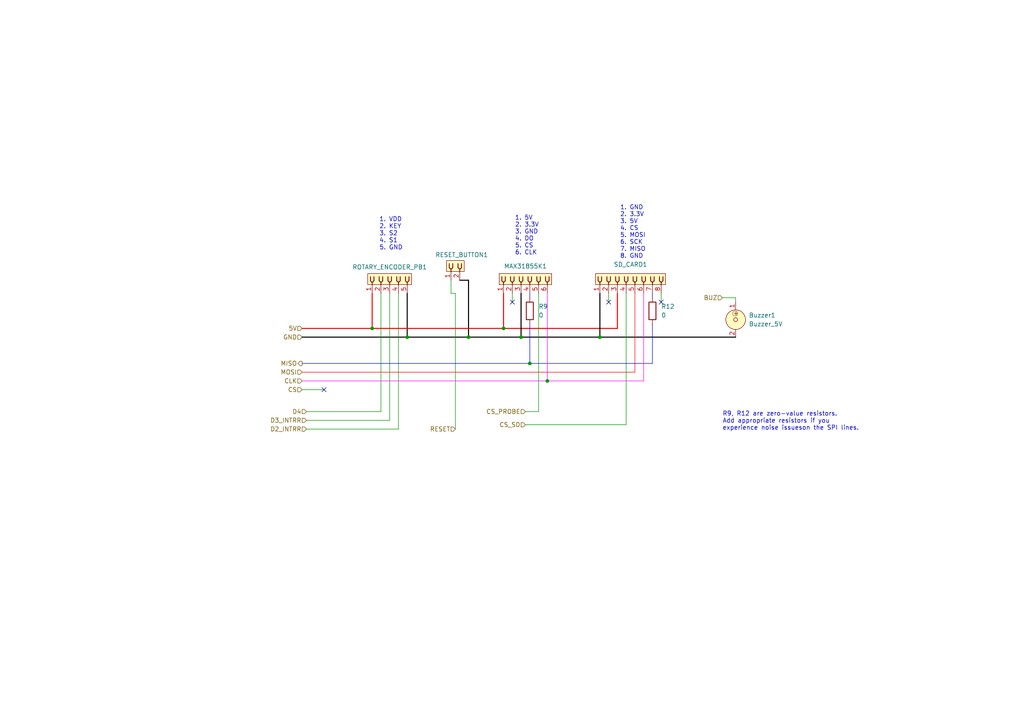
<source format=kicad_sch>
(kicad_sch
	(version 20231120)
	(generator "eeschema")
	(generator_version "8.0")
	(uuid "120bcc24-4f36-42da-be0b-e30beb225603")
	(paper "A4")
	(title_block
		(title "TEEKeeper - Temperature Electronic Environment Keeper")
		(date "2024-04-24")
		(company "https://github.com/Sigeardo/TEEKeeper")
	)
	(lib_symbols
		(symbol "Device:R"
			(pin_numbers hide)
			(pin_names
				(offset 0)
			)
			(exclude_from_sim no)
			(in_bom yes)
			(on_board yes)
			(property "Reference" "R"
				(at 2.032 0 90)
				(effects
					(font
						(size 1.27 1.27)
					)
				)
			)
			(property "Value" "R"
				(at 0 0 90)
				(effects
					(font
						(size 1.27 1.27)
					)
				)
			)
			(property "Footprint" ""
				(at -1.778 0 90)
				(effects
					(font
						(size 1.27 1.27)
					)
					(hide yes)
				)
			)
			(property "Datasheet" "~"
				(at 0 0 0)
				(effects
					(font
						(size 1.27 1.27)
					)
					(hide yes)
				)
			)
			(property "Description" "Resistor"
				(at 0 0 0)
				(effects
					(font
						(size 1.27 1.27)
					)
					(hide yes)
				)
			)
			(property "ki_keywords" "R res resistor"
				(at 0 0 0)
				(effects
					(font
						(size 1.27 1.27)
					)
					(hide yes)
				)
			)
			(property "ki_fp_filters" "R_*"
				(at 0 0 0)
				(effects
					(font
						(size 1.27 1.27)
					)
					(hide yes)
				)
			)
			(symbol "R_0_1"
				(rectangle
					(start -1.016 -2.54)
					(end 1.016 2.54)
					(stroke
						(width 0.254)
						(type default)
					)
					(fill
						(type none)
					)
				)
			)
			(symbol "R_1_1"
				(pin passive line
					(at 0 3.81 270)
					(length 1.27)
					(name "~"
						(effects
							(font
								(size 1.27 1.27)
							)
						)
					)
					(number "1"
						(effects
							(font
								(size 1.27 1.27)
							)
						)
					)
				)
				(pin passive line
					(at 0 -3.81 90)
					(length 1.27)
					(name "~"
						(effects
							(font
								(size 1.27 1.27)
							)
						)
					)
					(number "2"
						(effects
							(font
								(size 1.27 1.27)
							)
						)
					)
				)
			)
		)
		(symbol "PCM_SL_Devices:Buzzer_5V"
			(exclude_from_sim no)
			(in_bom yes)
			(on_board yes)
			(property "Reference" "BZ"
				(at 0 7.62 0)
				(effects
					(font
						(size 1.27 1.27)
					)
				)
			)
			(property "Value" "Buzzer_5V"
				(at 0 5.08 0)
				(effects
					(font
						(size 1.27 1.27)
					)
				)
			)
			(property "Footprint" "Buzzer_Beeper:MagneticBuzzer_ProSignal_ABT-410-RC"
				(at 0 10.16 0)
				(effects
					(font
						(size 1.27 1.27)
					)
					(hide yes)
				)
			)
			(property "Datasheet" ""
				(at 0 7.62 0)
				(effects
					(font
						(size 1.27 1.27)
					)
					(hide yes)
				)
			)
			(property "Description" "Buzzer 5V"
				(at 0 0 0)
				(effects
					(font
						(size 1.27 1.27)
					)
					(hide yes)
				)
			)
			(property "ki_keywords" "Buzzer Beeper"
				(at 0 0 0)
				(effects
					(font
						(size 1.27 1.27)
					)
					(hide yes)
				)
			)
			(symbol "Buzzer_5V_0_0"
				(circle
					(center -1.778 -0.127)
					(radius 0.7405)
					(stroke
						(width 0.07)
						(type default)
					)
					(fill
						(type none)
					)
				)
				(text "+"
					(at -1.778 0 0)
					(effects
						(font
							(size 1.27 1.27)
						)
					)
				)
			)
			(symbol "Buzzer_5V_0_1"
				(circle
					(center 0 0)
					(radius 0.568)
					(stroke
						(width 0)
						(type default)
					)
					(fill
						(type none)
					)
				)
				(circle
					(center 0 0)
					(radius 2.8398)
					(stroke
						(width 0)
						(type default)
					)
					(fill
						(type background)
					)
				)
			)
			(symbol "Buzzer_5V_1_1"
				(pin passive line
					(at -5.08 0 0)
					(length 2.2)
					(name ""
						(effects
							(font
								(size 1.27 1.27)
							)
						)
					)
					(number "1"
						(effects
							(font
								(size 1.27 1.27)
							)
						)
					)
				)
				(pin passive line
					(at 5.08 0 180)
					(length 2.2)
					(name ""
						(effects
							(font
								(size 1.27 1.27)
							)
						)
					)
					(number "2"
						(effects
							(font
								(size 1.27 1.27)
							)
						)
					)
				)
			)
		)
		(symbol "PCM_SL_Pin_Headers:PINHD_1x2_Female"
			(exclude_from_sim no)
			(in_bom yes)
			(on_board yes)
			(property "Reference" "J"
				(at 0 7.62 0)
				(effects
					(font
						(size 1.27 1.27)
					)
				)
			)
			(property "Value" "PINHD_1x2_Female"
				(at 0 5.08 0)
				(effects
					(font
						(size 1.27 1.27)
					)
				)
			)
			(property "Footprint" "Connector_PinSocket_2.54mm:PinSocket_1x02_P2.54mm_Vertical"
				(at 2.54 10.16 0)
				(effects
					(font
						(size 1.27 1.27)
					)
					(hide yes)
				)
			)
			(property "Datasheet" ""
				(at 0 7.62 0)
				(effects
					(font
						(size 1.27 1.27)
					)
					(hide yes)
				)
			)
			(property "Description" "Pin Header female with pin space 2.54mm. Pin Count -2"
				(at 0 0 0)
				(effects
					(font
						(size 1.27 1.27)
					)
					(hide yes)
				)
			)
			(property "ki_keywords" "Pin Header"
				(at 0 0 0)
				(effects
					(font
						(size 1.27 1.27)
					)
					(hide yes)
				)
			)
			(property "ki_fp_filters" "PinSocket_1x02_P2.54mm*"
				(at 0 0 0)
				(effects
					(font
						(size 1.27 1.27)
					)
					(hide yes)
				)
			)
			(symbol "PINHD_1x2_Female_0_1"
				(rectangle
					(start -1.27 2.54)
					(end 1.905 -2.54)
					(stroke
						(width 0)
						(type default)
					)
					(fill
						(type background)
					)
				)
				(arc
					(start -0.508 -1.27)
					(mid -0.3592 -1.6292)
					(end 0 -1.778)
					(stroke
						(width 0.25)
						(type default)
					)
					(fill
						(type none)
					)
				)
				(arc
					(start -0.508 1.27)
					(mid -0.3592 0.9108)
					(end 0 0.762)
					(stroke
						(width 0.25)
						(type default)
					)
					(fill
						(type none)
					)
				)
				(arc
					(start 0 -0.762)
					(mid -0.3592 -0.9108)
					(end -0.508 -1.27)
					(stroke
						(width 0.25)
						(type default)
					)
					(fill
						(type none)
					)
				)
				(polyline
					(pts
						(xy -1.27 -1.27) (xy -0.508 -1.27)
					)
					(stroke
						(width 0.25)
						(type default)
					)
					(fill
						(type none)
					)
				)
				(polyline
					(pts
						(xy -1.27 1.27) (xy -0.508 1.27)
					)
					(stroke
						(width 0.25)
						(type default)
					)
					(fill
						(type none)
					)
				)
				(polyline
					(pts
						(xy 0 -1.778) (xy 1.016 -1.778)
					)
					(stroke
						(width 0.25)
						(type default)
					)
					(fill
						(type none)
					)
				)
				(polyline
					(pts
						(xy 0 -0.762) (xy 1.016 -0.762)
					)
					(stroke
						(width 0.25)
						(type default)
					)
					(fill
						(type none)
					)
				)
				(polyline
					(pts
						(xy 0 0.762) (xy 1.016 0.762)
					)
					(stroke
						(width 0.25)
						(type default)
					)
					(fill
						(type none)
					)
				)
				(polyline
					(pts
						(xy 0 1.778) (xy 1.016 1.778)
					)
					(stroke
						(width 0.25)
						(type default)
					)
					(fill
						(type none)
					)
				)
				(arc
					(start 0 1.778)
					(mid -0.3592 1.6292)
					(end -0.508 1.27)
					(stroke
						(width 0.25)
						(type default)
					)
					(fill
						(type none)
					)
				)
			)
			(symbol "PINHD_1x2_Female_1_1"
				(pin passive line
					(at -3.81 1.27 0)
					(length 2.54)
					(name ""
						(effects
							(font
								(size 1.27 1.27)
							)
						)
					)
					(number "1"
						(effects
							(font
								(size 1.27 1.27)
							)
						)
					)
				)
				(pin passive line
					(at -3.81 -1.27 0)
					(length 2.54)
					(name ""
						(effects
							(font
								(size 1.27 1.27)
							)
						)
					)
					(number "2"
						(effects
							(font
								(size 1.27 1.27)
							)
						)
					)
				)
			)
		)
		(symbol "PCM_SL_Pin_Headers:PINHD_1x5_Female"
			(exclude_from_sim no)
			(in_bom yes)
			(on_board yes)
			(property "Reference" "J"
				(at 0 11.43 0)
				(effects
					(font
						(size 1.27 1.27)
					)
				)
			)
			(property "Value" "PINHD_1x5_Female"
				(at 0 8.89 0)
				(effects
					(font
						(size 1.27 1.27)
					)
				)
			)
			(property "Footprint" "Connector_PinSocket_2.54mm:PinSocket_1x05_P2.54mm_Vertical"
				(at 2.54 13.97 0)
				(effects
					(font
						(size 1.27 1.27)
					)
					(hide yes)
				)
			)
			(property "Datasheet" ""
				(at 0 11.43 0)
				(effects
					(font
						(size 1.27 1.27)
					)
					(hide yes)
				)
			)
			(property "Description" "Pin Header female with pin space 2.54mm. Pin Count -5"
				(at 0 0 0)
				(effects
					(font
						(size 1.27 1.27)
					)
					(hide yes)
				)
			)
			(property "ki_keywords" "Pin Header"
				(at 0 0 0)
				(effects
					(font
						(size 1.27 1.27)
					)
					(hide yes)
				)
			)
			(property "ki_fp_filters" "PinSocket_1x05_P2.54mm*"
				(at 0 0 0)
				(effects
					(font
						(size 1.27 1.27)
					)
					(hide yes)
				)
			)
			(symbol "PINHD_1x5_Female_0_1"
				(rectangle
					(start -1.27 6.35)
					(end 1.905 -6.35)
					(stroke
						(width 0)
						(type default)
					)
					(fill
						(type background)
					)
				)
				(arc
					(start -0.508 -5.08)
					(mid -0.3592 -5.4392)
					(end 0 -5.588)
					(stroke
						(width 0.25)
						(type default)
					)
					(fill
						(type none)
					)
				)
				(arc
					(start -0.508 -2.54)
					(mid -0.3592 -2.8992)
					(end 0 -3.048)
					(stroke
						(width 0.25)
						(type default)
					)
					(fill
						(type none)
					)
				)
				(arc
					(start -0.508 0)
					(mid -0.3592 -0.3592)
					(end 0 -0.508)
					(stroke
						(width 0.25)
						(type default)
					)
					(fill
						(type none)
					)
				)
				(arc
					(start -0.508 2.54)
					(mid -0.3592 2.1808)
					(end 0 2.032)
					(stroke
						(width 0.25)
						(type default)
					)
					(fill
						(type none)
					)
				)
				(arc
					(start -0.508 5.08)
					(mid -0.3592 4.7208)
					(end 0 4.572)
					(stroke
						(width 0.25)
						(type default)
					)
					(fill
						(type none)
					)
				)
				(arc
					(start 0 -4.572)
					(mid -0.3592 -4.7208)
					(end -0.508 -5.08)
					(stroke
						(width 0.25)
						(type default)
					)
					(fill
						(type none)
					)
				)
				(arc
					(start 0 -2.032)
					(mid -0.3592 -2.1808)
					(end -0.508 -2.54)
					(stroke
						(width 0.25)
						(type default)
					)
					(fill
						(type none)
					)
				)
				(polyline
					(pts
						(xy -1.27 -5.08) (xy -0.508 -5.08)
					)
					(stroke
						(width 0.25)
						(type default)
					)
					(fill
						(type none)
					)
				)
				(polyline
					(pts
						(xy -1.27 -2.54) (xy -0.508 -2.54)
					)
					(stroke
						(width 0.25)
						(type default)
					)
					(fill
						(type none)
					)
				)
				(polyline
					(pts
						(xy -1.27 0) (xy -0.508 0)
					)
					(stroke
						(width 0.25)
						(type default)
					)
					(fill
						(type none)
					)
				)
				(polyline
					(pts
						(xy -1.27 2.54) (xy -0.508 2.54)
					)
					(stroke
						(width 0.25)
						(type default)
					)
					(fill
						(type none)
					)
				)
				(polyline
					(pts
						(xy -1.27 5.08) (xy -0.508 5.08)
					)
					(stroke
						(width 0.25)
						(type default)
					)
					(fill
						(type none)
					)
				)
				(polyline
					(pts
						(xy 0 -5.588) (xy 1.016 -5.588)
					)
					(stroke
						(width 0.25)
						(type default)
					)
					(fill
						(type none)
					)
				)
				(polyline
					(pts
						(xy 0 -4.572) (xy 1.016 -4.572)
					)
					(stroke
						(width 0.25)
						(type default)
					)
					(fill
						(type none)
					)
				)
				(polyline
					(pts
						(xy 0 -3.048) (xy 1.016 -3.048)
					)
					(stroke
						(width 0.25)
						(type default)
					)
					(fill
						(type none)
					)
				)
				(polyline
					(pts
						(xy 0 -2.032) (xy 1.016 -2.032)
					)
					(stroke
						(width 0.25)
						(type default)
					)
					(fill
						(type none)
					)
				)
				(polyline
					(pts
						(xy 0 -0.508) (xy 1.016 -0.508)
					)
					(stroke
						(width 0.25)
						(type default)
					)
					(fill
						(type none)
					)
				)
				(polyline
					(pts
						(xy 0 0.508) (xy 1.016 0.508)
					)
					(stroke
						(width 0.25)
						(type default)
					)
					(fill
						(type none)
					)
				)
				(polyline
					(pts
						(xy 0 2.032) (xy 1.016 2.032)
					)
					(stroke
						(width 0.25)
						(type default)
					)
					(fill
						(type none)
					)
				)
				(polyline
					(pts
						(xy 0 3.048) (xy 1.016 3.048)
					)
					(stroke
						(width 0.25)
						(type default)
					)
					(fill
						(type none)
					)
				)
				(polyline
					(pts
						(xy 0 4.572) (xy 1.016 4.572)
					)
					(stroke
						(width 0.25)
						(type default)
					)
					(fill
						(type none)
					)
				)
				(polyline
					(pts
						(xy 0 5.588) (xy 1.016 5.588)
					)
					(stroke
						(width 0.25)
						(type default)
					)
					(fill
						(type none)
					)
				)
				(arc
					(start 0 0.508)
					(mid -0.3592 0.3592)
					(end -0.508 0)
					(stroke
						(width 0.25)
						(type default)
					)
					(fill
						(type none)
					)
				)
				(arc
					(start 0 3.048)
					(mid -0.3592 2.8992)
					(end -0.508 2.54)
					(stroke
						(width 0.25)
						(type default)
					)
					(fill
						(type none)
					)
				)
				(arc
					(start 0 5.588)
					(mid -0.3592 5.4392)
					(end -0.508 5.08)
					(stroke
						(width 0.25)
						(type default)
					)
					(fill
						(type none)
					)
				)
			)
			(symbol "PINHD_1x5_Female_1_1"
				(pin passive line
					(at -3.81 5.08 0)
					(length 2.54)
					(name ""
						(effects
							(font
								(size 1.27 1.27)
							)
						)
					)
					(number "1"
						(effects
							(font
								(size 1.27 1.27)
							)
						)
					)
				)
				(pin passive line
					(at -3.81 2.54 0)
					(length 2.54)
					(name ""
						(effects
							(font
								(size 1.27 1.27)
							)
						)
					)
					(number "2"
						(effects
							(font
								(size 1.27 1.27)
							)
						)
					)
				)
				(pin passive line
					(at -3.81 0 0)
					(length 2.54)
					(name ""
						(effects
							(font
								(size 1.27 1.27)
							)
						)
					)
					(number "3"
						(effects
							(font
								(size 1.27 1.27)
							)
						)
					)
				)
				(pin passive line
					(at -3.81 -2.54 0)
					(length 2.54)
					(name ""
						(effects
							(font
								(size 1.27 1.27)
							)
						)
					)
					(number "4"
						(effects
							(font
								(size 1.27 1.27)
							)
						)
					)
				)
				(pin passive line
					(at -3.81 -5.08 0)
					(length 2.54)
					(name ""
						(effects
							(font
								(size 1.27 1.27)
							)
						)
					)
					(number "5"
						(effects
							(font
								(size 1.27 1.27)
							)
						)
					)
				)
			)
		)
		(symbol "PCM_SL_Pin_Headers:PINHD_1x6_Female"
			(exclude_from_sim no)
			(in_bom yes)
			(on_board yes)
			(property "Reference" "J"
				(at 0 12.7 0)
				(effects
					(font
						(size 1.27 1.27)
					)
				)
			)
			(property "Value" "PINHD_1x6_Female"
				(at 0 10.16 0)
				(effects
					(font
						(size 1.27 1.27)
					)
				)
			)
			(property "Footprint" "Connector_PinSocket_2.54mm:PinSocket_1x06_P2.54mm_Vertical"
				(at 2.54 15.24 0)
				(effects
					(font
						(size 1.27 1.27)
					)
					(hide yes)
				)
			)
			(property "Datasheet" ""
				(at 0 12.7 0)
				(effects
					(font
						(size 1.27 1.27)
					)
					(hide yes)
				)
			)
			(property "Description" "Pin Header female with pin space 2.54mm. Pin Count -6"
				(at 0 0 0)
				(effects
					(font
						(size 1.27 1.27)
					)
					(hide yes)
				)
			)
			(property "ki_keywords" "Pin Header"
				(at 0 0 0)
				(effects
					(font
						(size 1.27 1.27)
					)
					(hide yes)
				)
			)
			(property "ki_fp_filters" "PinSocket_1x06_P2.54mm*"
				(at 0 0 0)
				(effects
					(font
						(size 1.27 1.27)
					)
					(hide yes)
				)
			)
			(symbol "PINHD_1x6_Female_0_1"
				(rectangle
					(start -1.27 7.62)
					(end 1.905 -7.62)
					(stroke
						(width 0)
						(type default)
					)
					(fill
						(type background)
					)
				)
				(arc
					(start -0.508 -6.35)
					(mid -0.3592 -6.7092)
					(end 0 -6.858)
					(stroke
						(width 0.25)
						(type default)
					)
					(fill
						(type none)
					)
				)
				(arc
					(start -0.508 -3.81)
					(mid -0.3592 -4.1692)
					(end 0 -4.318)
					(stroke
						(width 0.25)
						(type default)
					)
					(fill
						(type none)
					)
				)
				(arc
					(start -0.508 -1.27)
					(mid -0.3592 -1.6292)
					(end 0 -1.778)
					(stroke
						(width 0.25)
						(type default)
					)
					(fill
						(type none)
					)
				)
				(arc
					(start -0.508 1.27)
					(mid -0.3592 0.9108)
					(end 0 0.762)
					(stroke
						(width 0.25)
						(type default)
					)
					(fill
						(type none)
					)
				)
				(arc
					(start -0.508 3.81)
					(mid -0.3592 3.4508)
					(end 0 3.302)
					(stroke
						(width 0.25)
						(type default)
					)
					(fill
						(type none)
					)
				)
				(arc
					(start -0.508 6.35)
					(mid -0.3592 5.9908)
					(end 0 5.842)
					(stroke
						(width 0.25)
						(type default)
					)
					(fill
						(type none)
					)
				)
				(arc
					(start 0 -5.842)
					(mid -0.3592 -5.9908)
					(end -0.508 -6.35)
					(stroke
						(width 0.25)
						(type default)
					)
					(fill
						(type none)
					)
				)
				(arc
					(start 0 -3.302)
					(mid -0.3592 -3.4508)
					(end -0.508 -3.81)
					(stroke
						(width 0.25)
						(type default)
					)
					(fill
						(type none)
					)
				)
				(arc
					(start 0 -0.762)
					(mid -0.3592 -0.9108)
					(end -0.508 -1.27)
					(stroke
						(width 0.25)
						(type default)
					)
					(fill
						(type none)
					)
				)
				(polyline
					(pts
						(xy -1.27 -6.35) (xy -0.508 -6.35)
					)
					(stroke
						(width 0.25)
						(type default)
					)
					(fill
						(type none)
					)
				)
				(polyline
					(pts
						(xy -1.27 -3.81) (xy -0.508 -3.81)
					)
					(stroke
						(width 0.25)
						(type default)
					)
					(fill
						(type none)
					)
				)
				(polyline
					(pts
						(xy -1.27 -1.27) (xy -0.508 -1.27)
					)
					(stroke
						(width 0.25)
						(type default)
					)
					(fill
						(type none)
					)
				)
				(polyline
					(pts
						(xy -1.27 1.27) (xy -0.508 1.27)
					)
					(stroke
						(width 0.25)
						(type default)
					)
					(fill
						(type none)
					)
				)
				(polyline
					(pts
						(xy -1.27 3.81) (xy -0.508 3.81)
					)
					(stroke
						(width 0.25)
						(type default)
					)
					(fill
						(type none)
					)
				)
				(polyline
					(pts
						(xy -1.27 6.35) (xy -0.508 6.35)
					)
					(stroke
						(width 0.25)
						(type default)
					)
					(fill
						(type none)
					)
				)
				(polyline
					(pts
						(xy 0 -6.858) (xy 1.016 -6.858)
					)
					(stroke
						(width 0.25)
						(type default)
					)
					(fill
						(type none)
					)
				)
				(polyline
					(pts
						(xy 0 -5.842) (xy 1.016 -5.842)
					)
					(stroke
						(width 0.25)
						(type default)
					)
					(fill
						(type none)
					)
				)
				(polyline
					(pts
						(xy 0 -4.318) (xy 1.016 -4.318)
					)
					(stroke
						(width 0.25)
						(type default)
					)
					(fill
						(type none)
					)
				)
				(polyline
					(pts
						(xy 0 -3.302) (xy 1.016 -3.302)
					)
					(stroke
						(width 0.25)
						(type default)
					)
					(fill
						(type none)
					)
				)
				(polyline
					(pts
						(xy 0 -1.778) (xy 1.016 -1.778)
					)
					(stroke
						(width 0.25)
						(type default)
					)
					(fill
						(type none)
					)
				)
				(polyline
					(pts
						(xy 0 -0.762) (xy 1.016 -0.762)
					)
					(stroke
						(width 0.25)
						(type default)
					)
					(fill
						(type none)
					)
				)
				(polyline
					(pts
						(xy 0 0.762) (xy 1.016 0.762)
					)
					(stroke
						(width 0.25)
						(type default)
					)
					(fill
						(type none)
					)
				)
				(polyline
					(pts
						(xy 0 1.778) (xy 1.016 1.778)
					)
					(stroke
						(width 0.25)
						(type default)
					)
					(fill
						(type none)
					)
				)
				(polyline
					(pts
						(xy 0 3.302) (xy 1.016 3.302)
					)
					(stroke
						(width 0.25)
						(type default)
					)
					(fill
						(type none)
					)
				)
				(polyline
					(pts
						(xy 0 4.318) (xy 1.016 4.318)
					)
					(stroke
						(width 0.25)
						(type default)
					)
					(fill
						(type none)
					)
				)
				(polyline
					(pts
						(xy 0 5.842) (xy 1.016 5.842)
					)
					(stroke
						(width 0.25)
						(type default)
					)
					(fill
						(type none)
					)
				)
				(polyline
					(pts
						(xy 0 6.858) (xy 1.016 6.858)
					)
					(stroke
						(width 0.25)
						(type default)
					)
					(fill
						(type none)
					)
				)
				(arc
					(start 0 1.778)
					(mid -0.3592 1.6292)
					(end -0.508 1.27)
					(stroke
						(width 0.25)
						(type default)
					)
					(fill
						(type none)
					)
				)
				(arc
					(start 0 4.318)
					(mid -0.3592 4.1692)
					(end -0.508 3.81)
					(stroke
						(width 0.25)
						(type default)
					)
					(fill
						(type none)
					)
				)
				(arc
					(start 0 6.858)
					(mid -0.3592 6.7092)
					(end -0.508 6.35)
					(stroke
						(width 0.25)
						(type default)
					)
					(fill
						(type none)
					)
				)
			)
			(symbol "PINHD_1x6_Female_1_1"
				(pin passive line
					(at -3.81 6.35 0)
					(length 2.54)
					(name ""
						(effects
							(font
								(size 1.27 1.27)
							)
						)
					)
					(number "1"
						(effects
							(font
								(size 1.27 1.27)
							)
						)
					)
				)
				(pin passive line
					(at -3.81 3.81 0)
					(length 2.54)
					(name ""
						(effects
							(font
								(size 1.27 1.27)
							)
						)
					)
					(number "2"
						(effects
							(font
								(size 1.27 1.27)
							)
						)
					)
				)
				(pin passive line
					(at -3.81 1.27 0)
					(length 2.54)
					(name ""
						(effects
							(font
								(size 1.27 1.27)
							)
						)
					)
					(number "3"
						(effects
							(font
								(size 1.27 1.27)
							)
						)
					)
				)
				(pin passive line
					(at -3.81 -1.27 0)
					(length 2.54)
					(name ""
						(effects
							(font
								(size 1.27 1.27)
							)
						)
					)
					(number "4"
						(effects
							(font
								(size 1.27 1.27)
							)
						)
					)
				)
				(pin passive line
					(at -3.81 -3.81 0)
					(length 2.54)
					(name ""
						(effects
							(font
								(size 1.27 1.27)
							)
						)
					)
					(number "5"
						(effects
							(font
								(size 1.27 1.27)
							)
						)
					)
				)
				(pin passive line
					(at -3.81 -6.35 0)
					(length 2.54)
					(name ""
						(effects
							(font
								(size 1.27 1.27)
							)
						)
					)
					(number "6"
						(effects
							(font
								(size 1.27 1.27)
							)
						)
					)
				)
			)
		)
		(symbol "PCM_SL_Pin_Headers:PINHD_1x8_Female"
			(exclude_from_sim no)
			(in_bom yes)
			(on_board yes)
			(property "Reference" "J"
				(at 0 15.24 0)
				(effects
					(font
						(size 1.27 1.27)
					)
				)
			)
			(property "Value" "PINHD_1x8_Female"
				(at 0 12.7 0)
				(effects
					(font
						(size 1.27 1.27)
					)
				)
			)
			(property "Footprint" "Connector_PinSocket_2.54mm:PinSocket_1x08_P2.54mm_Vertical"
				(at 2.54 17.78 0)
				(effects
					(font
						(size 1.27 1.27)
					)
					(hide yes)
				)
			)
			(property "Datasheet" ""
				(at 0 15.24 0)
				(effects
					(font
						(size 1.27 1.27)
					)
					(hide yes)
				)
			)
			(property "Description" "Pin Header female with pin space 2.54mm. Pin Count -8"
				(at 0 0 0)
				(effects
					(font
						(size 1.27 1.27)
					)
					(hide yes)
				)
			)
			(property "ki_keywords" "Pin Header"
				(at 0 0 0)
				(effects
					(font
						(size 1.27 1.27)
					)
					(hide yes)
				)
			)
			(property "ki_fp_filters" "PinSocket_1x08_P2.54mm*"
				(at 0 0 0)
				(effects
					(font
						(size 1.27 1.27)
					)
					(hide yes)
				)
			)
			(symbol "PINHD_1x8_Female_0_1"
				(rectangle
					(start -1.27 10.16)
					(end 1.905 -10.16)
					(stroke
						(width 0)
						(type default)
					)
					(fill
						(type background)
					)
				)
				(arc
					(start -0.508 -8.89)
					(mid -0.3592 -9.2492)
					(end 0 -9.398)
					(stroke
						(width 0.25)
						(type default)
					)
					(fill
						(type none)
					)
				)
				(arc
					(start -0.508 -6.35)
					(mid -0.3592 -6.7092)
					(end 0 -6.858)
					(stroke
						(width 0.25)
						(type default)
					)
					(fill
						(type none)
					)
				)
				(arc
					(start -0.508 -3.81)
					(mid -0.3592 -4.1692)
					(end 0 -4.318)
					(stroke
						(width 0.25)
						(type default)
					)
					(fill
						(type none)
					)
				)
				(arc
					(start -0.508 -1.27)
					(mid -0.3592 -1.6292)
					(end 0 -1.778)
					(stroke
						(width 0.25)
						(type default)
					)
					(fill
						(type none)
					)
				)
				(arc
					(start -0.508 1.27)
					(mid -0.3592 0.9108)
					(end 0 0.762)
					(stroke
						(width 0.25)
						(type default)
					)
					(fill
						(type none)
					)
				)
				(arc
					(start -0.508 3.81)
					(mid -0.3592 3.4508)
					(end 0 3.302)
					(stroke
						(width 0.25)
						(type default)
					)
					(fill
						(type none)
					)
				)
				(arc
					(start -0.508 6.35)
					(mid -0.3592 5.9908)
					(end 0 5.842)
					(stroke
						(width 0.25)
						(type default)
					)
					(fill
						(type none)
					)
				)
				(arc
					(start -0.508 8.89)
					(mid -0.3592 8.5308)
					(end 0 8.382)
					(stroke
						(width 0.25)
						(type default)
					)
					(fill
						(type none)
					)
				)
				(arc
					(start 0 -8.382)
					(mid -0.3592 -8.5308)
					(end -0.508 -8.89)
					(stroke
						(width 0.25)
						(type default)
					)
					(fill
						(type none)
					)
				)
				(arc
					(start 0 -5.842)
					(mid -0.3592 -5.9908)
					(end -0.508 -6.35)
					(stroke
						(width 0.25)
						(type default)
					)
					(fill
						(type none)
					)
				)
				(arc
					(start 0 -3.302)
					(mid -0.3592 -3.4508)
					(end -0.508 -3.81)
					(stroke
						(width 0.25)
						(type default)
					)
					(fill
						(type none)
					)
				)
				(arc
					(start 0 -0.762)
					(mid -0.3592 -0.9108)
					(end -0.508 -1.27)
					(stroke
						(width 0.25)
						(type default)
					)
					(fill
						(type none)
					)
				)
				(polyline
					(pts
						(xy -1.27 -8.89) (xy -0.508 -8.89)
					)
					(stroke
						(width 0.25)
						(type default)
					)
					(fill
						(type none)
					)
				)
				(polyline
					(pts
						(xy -1.27 -6.35) (xy -0.508 -6.35)
					)
					(stroke
						(width 0.25)
						(type default)
					)
					(fill
						(type none)
					)
				)
				(polyline
					(pts
						(xy -1.27 -3.81) (xy -0.508 -3.81)
					)
					(stroke
						(width 0.25)
						(type default)
					)
					(fill
						(type none)
					)
				)
				(polyline
					(pts
						(xy -1.27 -1.27) (xy -0.508 -1.27)
					)
					(stroke
						(width 0.25)
						(type default)
					)
					(fill
						(type none)
					)
				)
				(polyline
					(pts
						(xy -1.27 1.27) (xy -0.508 1.27)
					)
					(stroke
						(width 0.25)
						(type default)
					)
					(fill
						(type none)
					)
				)
				(polyline
					(pts
						(xy -1.27 3.81) (xy -0.508 3.81)
					)
					(stroke
						(width 0.25)
						(type default)
					)
					(fill
						(type none)
					)
				)
				(polyline
					(pts
						(xy -1.27 6.35) (xy -0.508 6.35)
					)
					(stroke
						(width 0.25)
						(type default)
					)
					(fill
						(type none)
					)
				)
				(polyline
					(pts
						(xy -1.27 8.89) (xy -0.508 8.89)
					)
					(stroke
						(width 0.25)
						(type default)
					)
					(fill
						(type none)
					)
				)
				(polyline
					(pts
						(xy 0 -9.398) (xy 1.016 -9.398)
					)
					(stroke
						(width 0.25)
						(type default)
					)
					(fill
						(type none)
					)
				)
				(polyline
					(pts
						(xy 0 -8.382) (xy 1.016 -8.382)
					)
					(stroke
						(width 0.25)
						(type default)
					)
					(fill
						(type none)
					)
				)
				(polyline
					(pts
						(xy 0 -6.858) (xy 1.016 -6.858)
					)
					(stroke
						(width 0.25)
						(type default)
					)
					(fill
						(type none)
					)
				)
				(polyline
					(pts
						(xy 0 -5.842) (xy 1.016 -5.842)
					)
					(stroke
						(width 0.25)
						(type default)
					)
					(fill
						(type none)
					)
				)
				(polyline
					(pts
						(xy 0 -4.318) (xy 1.016 -4.318)
					)
					(stroke
						(width 0.25)
						(type default)
					)
					(fill
						(type none)
					)
				)
				(polyline
					(pts
						(xy 0 -3.302) (xy 1.016 -3.302)
					)
					(stroke
						(width 0.25)
						(type default)
					)
					(fill
						(type none)
					)
				)
				(polyline
					(pts
						(xy 0 -1.778) (xy 1.016 -1.778)
					)
					(stroke
						(width 0.25)
						(type default)
					)
					(fill
						(type none)
					)
				)
				(polyline
					(pts
						(xy 0 -0.762) (xy 1.016 -0.762)
					)
					(stroke
						(width 0.25)
						(type default)
					)
					(fill
						(type none)
					)
				)
				(polyline
					(pts
						(xy 0 0.762) (xy 1.016 0.762)
					)
					(stroke
						(width 0.25)
						(type default)
					)
					(fill
						(type none)
					)
				)
				(polyline
					(pts
						(xy 0 1.778) (xy 1.016 1.778)
					)
					(stroke
						(width 0.25)
						(type default)
					)
					(fill
						(type none)
					)
				)
				(polyline
					(pts
						(xy 0 3.302) (xy 1.016 3.302)
					)
					(stroke
						(width 0.25)
						(type default)
					)
					(fill
						(type none)
					)
				)
				(polyline
					(pts
						(xy 0 4.318) (xy 1.016 4.318)
					)
					(stroke
						(width 0.25)
						(type default)
					)
					(fill
						(type none)
					)
				)
				(polyline
					(pts
						(xy 0 5.842) (xy 1.016 5.842)
					)
					(stroke
						(width 0.25)
						(type default)
					)
					(fill
						(type none)
					)
				)
				(polyline
					(pts
						(xy 0 6.858) (xy 1.016 6.858)
					)
					(stroke
						(width 0.25)
						(type default)
					)
					(fill
						(type none)
					)
				)
				(polyline
					(pts
						(xy 0 8.382) (xy 1.016 8.382)
					)
					(stroke
						(width 0.25)
						(type default)
					)
					(fill
						(type none)
					)
				)
				(polyline
					(pts
						(xy 0 9.398) (xy 1.016 9.398)
					)
					(stroke
						(width 0.25)
						(type default)
					)
					(fill
						(type none)
					)
				)
				(arc
					(start 0 1.778)
					(mid -0.3592 1.6292)
					(end -0.508 1.27)
					(stroke
						(width 0.25)
						(type default)
					)
					(fill
						(type none)
					)
				)
				(arc
					(start 0 4.318)
					(mid -0.3592 4.1692)
					(end -0.508 3.81)
					(stroke
						(width 0.25)
						(type default)
					)
					(fill
						(type none)
					)
				)
				(arc
					(start 0 6.858)
					(mid -0.3592 6.7092)
					(end -0.508 6.35)
					(stroke
						(width 0.25)
						(type default)
					)
					(fill
						(type none)
					)
				)
				(arc
					(start 0 9.398)
					(mid -0.3592 9.2492)
					(end -0.508 8.89)
					(stroke
						(width 0.25)
						(type default)
					)
					(fill
						(type none)
					)
				)
			)
			(symbol "PINHD_1x8_Female_1_1"
				(pin passive line
					(at -3.81 8.89 0)
					(length 2.54)
					(name ""
						(effects
							(font
								(size 1.27 1.27)
							)
						)
					)
					(number "1"
						(effects
							(font
								(size 1.27 1.27)
							)
						)
					)
				)
				(pin passive line
					(at -3.81 6.35 0)
					(length 2.54)
					(name ""
						(effects
							(font
								(size 1.27 1.27)
							)
						)
					)
					(number "2"
						(effects
							(font
								(size 1.27 1.27)
							)
						)
					)
				)
				(pin passive line
					(at -3.81 3.81 0)
					(length 2.54)
					(name ""
						(effects
							(font
								(size 1.27 1.27)
							)
						)
					)
					(number "3"
						(effects
							(font
								(size 1.27 1.27)
							)
						)
					)
				)
				(pin passive line
					(at -3.81 1.27 0)
					(length 2.54)
					(name ""
						(effects
							(font
								(size 1.27 1.27)
							)
						)
					)
					(number "4"
						(effects
							(font
								(size 1.27 1.27)
							)
						)
					)
				)
				(pin passive line
					(at -3.81 -1.27 0)
					(length 2.54)
					(name ""
						(effects
							(font
								(size 1.27 1.27)
							)
						)
					)
					(number "5"
						(effects
							(font
								(size 1.27 1.27)
							)
						)
					)
				)
				(pin passive line
					(at -3.81 -3.81 0)
					(length 2.54)
					(name ""
						(effects
							(font
								(size 1.27 1.27)
							)
						)
					)
					(number "6"
						(effects
							(font
								(size 1.27 1.27)
							)
						)
					)
				)
				(pin passive line
					(at -3.81 -6.35 0)
					(length 2.54)
					(name ""
						(effects
							(font
								(size 1.27 1.27)
							)
						)
					)
					(number "7"
						(effects
							(font
								(size 1.27 1.27)
							)
						)
					)
				)
				(pin passive line
					(at -3.81 -8.89 0)
					(length 2.54)
					(name ""
						(effects
							(font
								(size 1.27 1.27)
							)
						)
					)
					(number "8"
						(effects
							(font
								(size 1.27 1.27)
							)
						)
					)
				)
			)
		)
	)
	(junction
		(at 173.99 97.79)
		(diameter 0)
		(color 0 0 0 0)
		(uuid "4fd0c765-e281-4f8f-ad00-4a01848be71e")
	)
	(junction
		(at 135.89 97.79)
		(diameter 0)
		(color 0 0 0 0)
		(uuid "674f53f3-322f-4faa-9409-f5032f910a80")
	)
	(junction
		(at 153.67 105.41)
		(diameter 0)
		(color 0 0 0 0)
		(uuid "7bd6b495-63d3-4213-87e4-aacb00086784")
	)
	(junction
		(at 146.05 95.25)
		(diameter 0)
		(color 0 0 0 0)
		(uuid "87fc16c3-775a-4e0b-aa48-4a2adf7c4ba6")
	)
	(junction
		(at 151.13 97.79)
		(diameter 0)
		(color 0 0 0 0)
		(uuid "c5ff307d-8d97-4bdf-a9c5-5456966fbbf2")
	)
	(junction
		(at 158.75 110.49)
		(diameter 0)
		(color 0 0 0 0)
		(uuid "cb1399fd-776d-4941-b17a-a5c5eb3b8f59")
	)
	(junction
		(at 118.11 97.79)
		(diameter 0)
		(color 0 0 0 0)
		(uuid "da3345f1-c2d1-4266-b021-b1b7e8764dc8")
	)
	(junction
		(at 107.95 95.25)
		(diameter 0)
		(color 0 0 0 0)
		(uuid "e7b0c940-88ba-438f-a7b3-885dd3519d1f")
	)
	(no_connect
		(at 176.53 87.63)
		(uuid "1f5eb5af-0c02-403b-ba4e-491d5bca57ac")
	)
	(no_connect
		(at 93.98 113.03)
		(uuid "82cab7d4-ff7a-4b52-98c3-e8303f60b2e0")
	)
	(no_connect
		(at 191.77 87.63)
		(uuid "ccffbe2a-f96e-4d21-ae97-8848a2cea9a9")
	)
	(no_connect
		(at 148.59 87.63)
		(uuid "e7e5a8fc-01e5-416e-ad87-61e12a68fed5")
	)
	(wire
		(pts
			(xy 135.89 81.28) (xy 133.35 81.28)
		)
		(stroke
			(width 0.3)
			(type default)
			(color 0 0 0 1)
		)
		(uuid "025ff68a-5b10-4ed5-b110-620ec2dfe474")
	)
	(wire
		(pts
			(xy 118.11 85.09) (xy 118.11 97.79)
		)
		(stroke
			(width 0.3)
			(type default)
			(color 0 0 0 1)
		)
		(uuid "02c4051c-e4d1-42d8-bd09-8d2fb1db416e")
	)
	(wire
		(pts
			(xy 118.11 97.79) (xy 135.89 97.79)
		)
		(stroke
			(width 0.3)
			(type default)
			(color 0 0 0 1)
		)
		(uuid "0fd43b7a-24a3-4eaa-8e3e-53d0d0c8fb17")
	)
	(wire
		(pts
			(xy 88.9 119.38) (xy 110.49 119.38)
		)
		(stroke
			(width 0)
			(type default)
		)
		(uuid "101e80f0-4f42-4572-9c50-04c32fa3040f")
	)
	(wire
		(pts
			(xy 107.95 95.25) (xy 146.05 95.25)
		)
		(stroke
			(width 0.3)
			(type default)
			(color 255 0 0 1)
		)
		(uuid "11d7733e-0a32-490d-b730-e384b27ad903")
	)
	(wire
		(pts
			(xy 156.21 85.09) (xy 156.21 119.38)
		)
		(stroke
			(width 0)
			(type default)
		)
		(uuid "1875fc53-8b01-494e-b024-16abbb2387ec")
	)
	(wire
		(pts
			(xy 158.75 110.49) (xy 186.69 110.49)
		)
		(stroke
			(width 0)
			(type default)
			(color 255 0 255 1)
		)
		(uuid "1b931500-4882-4956-85cc-d0437dc29f4b")
	)
	(wire
		(pts
			(xy 152.4 119.38) (xy 156.21 119.38)
		)
		(stroke
			(width 0)
			(type default)
		)
		(uuid "1db9ebf7-b75f-40ac-a23b-fc3e7d98ab75")
	)
	(wire
		(pts
			(xy 151.13 97.79) (xy 173.99 97.79)
		)
		(stroke
			(width 0.3)
			(type default)
			(color 0 0 0 1)
		)
		(uuid "25ca690f-eec3-4232-a049-3ad41187a54a")
	)
	(wire
		(pts
			(xy 130.81 85.09) (xy 132.08 85.09)
		)
		(stroke
			(width 0)
			(type default)
		)
		(uuid "2672d31c-56f9-42c6-8fed-360dc8cd5f77")
	)
	(wire
		(pts
			(xy 153.67 105.41) (xy 189.23 105.41)
		)
		(stroke
			(width 0)
			(type default)
			(color 0 0 255 1)
		)
		(uuid "2b2cc922-1b3f-4ab4-8da0-85198018d044")
	)
	(wire
		(pts
			(xy 176.53 85.09) (xy 176.53 87.63)
		)
		(stroke
			(width 0)
			(type default)
		)
		(uuid "3af0d5ad-da80-4f87-b800-f48cefab989a")
	)
	(wire
		(pts
			(xy 87.63 105.41) (xy 153.67 105.41)
		)
		(stroke
			(width 0)
			(type default)
			(color 0 0 255 1)
		)
		(uuid "3c24e40c-bacf-431a-8fc5-b2f0ce440462")
	)
	(wire
		(pts
			(xy 179.07 95.25) (xy 179.07 85.09)
		)
		(stroke
			(width 0.3)
			(type default)
			(color 255 0 0 1)
		)
		(uuid "3eb858ce-2912-4540-bd1a-8a5df836bccf")
	)
	(wire
		(pts
			(xy 173.99 85.09) (xy 173.99 97.79)
		)
		(stroke
			(width 0.3)
			(type default)
			(color 0 0 0 1)
		)
		(uuid "42674dc5-1538-42be-bd9d-6536d0b10d91")
	)
	(wire
		(pts
			(xy 135.89 81.28) (xy 135.89 97.79)
		)
		(stroke
			(width 0.3)
			(type default)
			(color 0 0 0 1)
		)
		(uuid "4921d0b7-1090-4a8b-aa3d-e1cf887f03d8")
	)
	(wire
		(pts
			(xy 173.99 97.79) (xy 213.36 97.79)
		)
		(stroke
			(width 0.3)
			(type default)
			(color 0 0 0 1)
		)
		(uuid "503bbe23-f65c-4abe-942d-6fd9341a31ac")
	)
	(wire
		(pts
			(xy 189.23 86.36) (xy 189.23 85.09)
		)
		(stroke
			(width 0)
			(type default)
			(color 0 0 255 1)
		)
		(uuid "6d49418a-4532-4407-accf-11455380b3c0")
	)
	(wire
		(pts
			(xy 87.63 113.03) (xy 93.98 113.03)
		)
		(stroke
			(width 0)
			(type default)
		)
		(uuid "77f53467-5e32-464c-b543-4e07ecf0be77")
	)
	(wire
		(pts
			(xy 88.9 124.46) (xy 115.57 124.46)
		)
		(stroke
			(width 0)
			(type default)
		)
		(uuid "790c0a2e-5e41-4535-9693-e2541a2c0036")
	)
	(wire
		(pts
			(xy 146.05 85.09) (xy 146.05 95.25)
		)
		(stroke
			(width 0.3)
			(type default)
			(color 255 0 0 1)
		)
		(uuid "823d6d90-982b-496a-b798-1587ca952089")
	)
	(wire
		(pts
			(xy 110.49 85.09) (xy 110.49 119.38)
		)
		(stroke
			(width 0)
			(type default)
		)
		(uuid "862eae12-0ea1-48d1-97e3-3ae762d31dfe")
	)
	(wire
		(pts
			(xy 152.4 123.19) (xy 181.61 123.19)
		)
		(stroke
			(width 0)
			(type default)
		)
		(uuid "87f4923c-a34b-4142-9cf7-816055026922")
	)
	(wire
		(pts
			(xy 151.13 85.09) (xy 151.13 97.79)
		)
		(stroke
			(width 0.3)
			(type default)
			(color 0 0 0 1)
		)
		(uuid "8d8906b0-0437-4e71-ab34-0ba940c780d5")
	)
	(wire
		(pts
			(xy 148.59 85.09) (xy 148.59 87.63)
		)
		(stroke
			(width 0)
			(type default)
		)
		(uuid "8da901d7-f966-420a-b64e-bbfb770d34a6")
	)
	(wire
		(pts
			(xy 135.89 97.79) (xy 151.13 97.79)
		)
		(stroke
			(width 0.3)
			(type default)
			(color 0 0 0 1)
		)
		(uuid "91a648bb-e133-4212-adb1-4df5828beda4")
	)
	(wire
		(pts
			(xy 213.36 86.36) (xy 213.36 87.63)
		)
		(stroke
			(width 0)
			(type default)
		)
		(uuid "9258bafb-ab56-4a4a-8de3-4b6c168bc9aa")
	)
	(wire
		(pts
			(xy 153.67 86.36) (xy 153.67 85.09)
		)
		(stroke
			(width 0)
			(type default)
			(color 0 0 255 1)
		)
		(uuid "97b0e510-2349-4cb7-acd0-d6af90a22977")
	)
	(wire
		(pts
			(xy 113.03 85.09) (xy 113.03 121.92)
		)
		(stroke
			(width 0)
			(type default)
		)
		(uuid "9b51ee08-5004-46aa-b4dc-3f45c7b81ffa")
	)
	(wire
		(pts
			(xy 87.63 97.79) (xy 118.11 97.79)
		)
		(stroke
			(width 0.3)
			(type default)
			(color 0 0 0 1)
		)
		(uuid "a784a4af-8430-49cc-a4e8-ba75c49549e6")
	)
	(wire
		(pts
			(xy 179.07 95.25) (xy 146.05 95.25)
		)
		(stroke
			(width 0.3)
			(type default)
			(color 255 0 0 1)
		)
		(uuid "a9547802-935c-461e-9629-9967439c4a0d")
	)
	(wire
		(pts
			(xy 87.63 95.25) (xy 107.95 95.25)
		)
		(stroke
			(width 0.3)
			(type default)
			(color 255 0 0 1)
		)
		(uuid "bd895018-f139-4f67-89b4-6f3e87c82f61")
	)
	(wire
		(pts
			(xy 184.15 107.95) (xy 184.15 85.09)
		)
		(stroke
			(width 0)
			(type default)
			(color 255 0 0 1)
		)
		(uuid "bdcf708e-9aac-41dc-bd23-a069de3bd248")
	)
	(wire
		(pts
			(xy 158.75 110.49) (xy 158.75 85.09)
		)
		(stroke
			(width 0)
			(type default)
			(color 255 0 255 1)
		)
		(uuid "bf7b2e7f-a83d-4a1a-87f1-2b3e6fd15491")
	)
	(wire
		(pts
			(xy 107.95 85.09) (xy 107.95 95.25)
		)
		(stroke
			(width 0.3)
			(type default)
			(color 255 0 0 1)
		)
		(uuid "c017710b-c0f3-4853-87c7-8f74832cd30b")
	)
	(wire
		(pts
			(xy 87.63 107.95) (xy 184.15 107.95)
		)
		(stroke
			(width 0)
			(type default)
			(color 255 0 0 1)
		)
		(uuid "c972a7bc-43c8-446e-bed1-fac51effe3e0")
	)
	(wire
		(pts
			(xy 209.55 86.36) (xy 213.36 86.36)
		)
		(stroke
			(width 0)
			(type default)
		)
		(uuid "cba60a69-d0ff-4827-b8e6-7bcd5091e4e0")
	)
	(wire
		(pts
			(xy 153.67 105.41) (xy 153.67 93.98)
		)
		(stroke
			(width 0)
			(type default)
			(color 0 0 255 1)
		)
		(uuid "d0e9e165-b8da-4b9c-b5af-56cbe5ac9302")
	)
	(wire
		(pts
			(xy 186.69 110.49) (xy 186.69 85.09)
		)
		(stroke
			(width 0)
			(type default)
			(color 255 0 255 1)
		)
		(uuid "d2d5c9fa-88d2-4b07-9fa8-c4b5b52ad995")
	)
	(wire
		(pts
			(xy 132.08 124.46) (xy 132.08 85.09)
		)
		(stroke
			(width 0)
			(type default)
		)
		(uuid "d9953b1c-f95a-404a-aed9-fcb78ece6173")
	)
	(wire
		(pts
			(xy 87.63 110.49) (xy 158.75 110.49)
		)
		(stroke
			(width 0)
			(type default)
			(color 255 0 255 1)
		)
		(uuid "db690f71-5a2b-480e-9b9a-4404df8e62a6")
	)
	(wire
		(pts
			(xy 115.57 85.09) (xy 115.57 124.46)
		)
		(stroke
			(width 0)
			(type default)
		)
		(uuid "dd5b15d2-9b9a-4778-bec1-61b2681f4805")
	)
	(wire
		(pts
			(xy 189.23 105.41) (xy 189.23 93.98)
		)
		(stroke
			(width 0)
			(type default)
			(color 0 0 255 1)
		)
		(uuid "dd9df656-91ba-4a67-9aba-2f83f3a04dd5")
	)
	(wire
		(pts
			(xy 130.81 81.28) (xy 130.81 85.09)
		)
		(stroke
			(width 0)
			(type default)
		)
		(uuid "e0f5d645-54c3-4327-bf9f-260b5f475014")
	)
	(wire
		(pts
			(xy 191.77 85.09) (xy 191.77 87.63)
		)
		(stroke
			(width 0)
			(type default)
		)
		(uuid "e30a3695-cf98-4dde-b13c-993683c03664")
	)
	(wire
		(pts
			(xy 88.9 121.92) (xy 113.03 121.92)
		)
		(stroke
			(width 0)
			(type default)
		)
		(uuid "ee3b278a-35bd-4ef6-b91f-6d73bf48824c")
	)
	(wire
		(pts
			(xy 181.61 85.09) (xy 181.61 123.19)
		)
		(stroke
			(width 0)
			(type default)
		)
		(uuid "ff99600f-c3c6-4c15-9b32-e5e023de83eb")
	)
	(text "1. VDD\n2. KEY\n3. S2\n4. S1\n5. GND"
		(exclude_from_sim no)
		(at 109.982 67.818 0)
		(effects
			(font
				(size 1.27 1.27)
			)
			(justify left)
		)
		(uuid "0b8eabb7-5c61-4247-81f7-a307c0845489")
	)
	(text "1. 5V\n2. 3.3V\n3. GND\n4. DO\n5. CS\n6. CLK"
		(exclude_from_sim no)
		(at 149.352 68.326 0)
		(effects
			(font
				(size 1.25 1.25)
			)
			(justify left)
		)
		(uuid "36388a60-6a9e-48f3-b692-4ecd69b85041")
	)
	(text "R9, R12 are zero-value resistors. \nAdd appropriate resistors if you \nexperience noise issueson the SPI lines."
		(exclude_from_sim no)
		(at 209.55 122.174 0)
		(effects
			(font
				(size 1.27 1.27)
			)
			(justify left)
		)
		(uuid "8ab99a2b-aa9f-4aec-8cb0-ac4e72127826")
	)
	(text "1. GND \n2. 3.3V\n3. 5V\n4. CS\n5. MOSI\n6. SCK\n7. MISO\n8. GND\n\n"
		(exclude_from_sim no)
		(at 179.832 68.326 0)
		(effects
			(font
				(size 1.25 1.25)
			)
			(justify left)
		)
		(uuid "b1bec109-f0a1-4896-adf6-b2d582a9501a")
	)
	(hierarchical_label "MISO"
		(shape output)
		(at 87.63 105.41 180)
		(fields_autoplaced yes)
		(effects
			(font
				(size 1.27 1.27)
			)
			(justify right)
		)
		(uuid "12266e4e-140c-47f5-bd96-566365e1212b")
	)
	(hierarchical_label "RESET"
		(shape input)
		(at 132.08 124.46 180)
		(fields_autoplaced yes)
		(effects
			(font
				(size 1.27 1.27)
			)
			(justify right)
		)
		(uuid "2d9da2b1-b365-453c-ac34-95ff4fc4664d")
	)
	(hierarchical_label "CLK"
		(shape input)
		(at 87.63 110.49 180)
		(fields_autoplaced yes)
		(effects
			(font
				(size 1.27 1.27)
			)
			(justify right)
		)
		(uuid "3135e42b-9b56-4337-a72b-3f3283e6c55b")
	)
	(hierarchical_label "D4"
		(shape input)
		(at 88.9 119.38 180)
		(fields_autoplaced yes)
		(effects
			(font
				(size 1.27 1.27)
			)
			(justify right)
		)
		(uuid "3373109a-2e3b-4f89-a8da-169e6f78d978")
	)
	(hierarchical_label "D3_INTRR"
		(shape input)
		(at 88.9 121.92 180)
		(fields_autoplaced yes)
		(effects
			(font
				(size 1.27 1.27)
			)
			(justify right)
		)
		(uuid "3606c22c-716b-4385-b2ac-9e3fffa6042c")
	)
	(hierarchical_label "CS"
		(shape input)
		(at 87.63 113.03 180)
		(fields_autoplaced yes)
		(effects
			(font
				(size 1.27 1.27)
			)
			(justify right)
		)
		(uuid "41eb5390-dbe5-454f-b459-afa73bdcd35c")
	)
	(hierarchical_label "D2_INTRR"
		(shape input)
		(at 88.9 124.46 180)
		(fields_autoplaced yes)
		(effects
			(font
				(size 1.27 1.27)
			)
			(justify right)
		)
		(uuid "5c385d3e-3daa-4e33-99af-1e70d9a00fd2")
	)
	(hierarchical_label "5V"
		(shape input)
		(at 87.63 95.25 180)
		(effects
			(font
				(size 1.27 1.27)
			)
			(justify right)
		)
		(uuid "6eb34a3b-ee09-4518-af21-a62603affbae")
		(property "Netclass" "5V"
			(at 76.2 97.282 0)
			(effects
				(font
					(size 1.27 1.27)
					(italic yes)
				)
				(justify right)
				(hide yes)
			)
		)
	)
	(hierarchical_label "CS_PROBE"
		(shape input)
		(at 152.4 119.38 180)
		(fields_autoplaced yes)
		(effects
			(font
				(size 1.27 1.27)
			)
			(justify right)
		)
		(uuid "7a120fb9-35cc-4b3f-a749-069e3e909618")
	)
	(hierarchical_label "MOSI"
		(shape input)
		(at 87.63 107.95 180)
		(fields_autoplaced yes)
		(effects
			(font
				(size 1.27 1.27)
			)
			(justify right)
		)
		(uuid "b5026dda-3a51-4722-9346-051836c65917")
	)
	(hierarchical_label "BUZ"
		(shape input)
		(at 209.55 86.36 180)
		(fields_autoplaced yes)
		(effects
			(font
				(size 1.27 1.27)
			)
			(justify right)
		)
		(uuid "c57ba4bc-1945-4103-a4f8-c0ddc56f8576")
	)
	(hierarchical_label "CS_SD"
		(shape input)
		(at 152.4 123.19 180)
		(fields_autoplaced yes)
		(effects
			(font
				(size 1.27 1.27)
			)
			(justify right)
		)
		(uuid "e65f44e0-5ccb-436a-bde8-af3e0e7b6f2c")
	)
	(hierarchical_label "GND"
		(shape input)
		(at 87.63 97.79 180)
		(fields_autoplaced yes)
		(effects
			(font
				(size 1.27 1.27)
			)
			(justify right)
		)
		(uuid "f3cebb87-569a-450c-8c4f-2522dc15a6b6")
	)
	(symbol
		(lib_id "Device:R")
		(at 189.23 90.17 0)
		(unit 1)
		(exclude_from_sim no)
		(in_bom yes)
		(on_board yes)
		(dnp no)
		(fields_autoplaced yes)
		(uuid "0c740791-f912-4839-8919-a2f679e85b8b")
		(property "Reference" "R12"
			(at 191.77 88.8999 0)
			(effects
				(font
					(size 1.27 1.27)
				)
				(justify left)
			)
		)
		(property "Value" "0"
			(at 191.77 91.4399 0)
			(effects
				(font
					(size 1.27 1.27)
				)
				(justify left)
			)
		)
		(property "Footprint" "PCM_Resistor_THT_AKL:R_Axial_DIN0207_L6.3mm_D2.5mm_P7.62mm_Horizontal"
			(at 187.452 90.17 90)
			(effects
				(font
					(size 1.27 1.27)
				)
				(hide yes)
			)
		)
		(property "Datasheet" "~"
			(at 189.23 90.17 0)
			(effects
				(font
					(size 1.27 1.27)
				)
				(hide yes)
			)
		)
		(property "Description" "Resistor"
			(at 189.23 90.17 0)
			(effects
				(font
					(size 1.27 1.27)
				)
				(hide yes)
			)
		)
		(property "Field-1" ""
			(at 189.23 90.17 0)
			(effects
				(font
					(size 1.27 1.27)
				)
				(hide yes)
			)
		)
		(property "Indicator" ""
			(at 189.23 90.17 0)
			(effects
				(font
					(size 1.27 1.27)
				)
				(hide yes)
			)
		)
		(property "Rating" ""
			(at 189.23 90.17 0)
			(effects
				(font
					(size 1.27 1.27)
				)
				(hide yes)
			)
		)
		(pin "2"
			(uuid "feea7abb-692f-4fde-86aa-4476049ba7e9")
		)
		(pin "1"
			(uuid "eb5bcdf2-350c-4b46-83e0-c02c1b0cebf8")
		)
		(instances
			(project "TEEKeeper_V1.0"
				(path "/ab2c7eff-250b-4e79-be23-50cd0e4d8e2f/e2c58e97-0c1a-46de-ac2e-b93b64800d8b/de09f78d-46cc-4e38-84a8-c7aaab22cc1d"
					(reference "R12")
					(unit 1)
				)
			)
		)
	)
	(symbol
		(lib_id "PCM_SL_Pin_Headers:PINHD_1x8_Female")
		(at 182.88 81.28 90)
		(unit 1)
		(exclude_from_sim no)
		(in_bom yes)
		(on_board yes)
		(dnp no)
		(uuid "689540fa-7233-4525-8ce7-d7ebaaf178a1")
		(property "Reference" "SD_CARD1"
			(at 182.88 76.708 90)
			(effects
				(font
					(size 1.27 1.27)
				)
			)
		)
		(property "Value" "PINHD_1x8_Female"
			(at 182.88 77.47 90)
			(effects
				(font
					(size 1.27 1.27)
				)
				(hide yes)
			)
		)
		(property "Footprint" "PCM_SL_Connectors:PinSocket_1x08_P2.54mm_Vertical"
			(at 165.1 78.74 0)
			(effects
				(font
					(size 1.27 1.27)
				)
				(hide yes)
			)
		)
		(property "Datasheet" ""
			(at 167.64 81.28 0)
			(effects
				(font
					(size 1.27 1.27)
				)
				(hide yes)
			)
		)
		(property "Description" "Pin Header female with pin space 2.54mm. Pin Count -8"
			(at 182.88 81.28 0)
			(effects
				(font
					(size 1.27 1.27)
				)
				(hide yes)
			)
		)
		(property "Field-1" ""
			(at 182.88 81.28 0)
			(effects
				(font
					(size 1.27 1.27)
				)
				(hide yes)
			)
		)
		(property "Indicator" ""
			(at 182.88 81.28 0)
			(effects
				(font
					(size 1.27 1.27)
				)
				(hide yes)
			)
		)
		(property "Rating" ""
			(at 182.88 81.28 0)
			(effects
				(font
					(size 1.27 1.27)
				)
				(hide yes)
			)
		)
		(pin "7"
			(uuid "946f47c0-49fc-4f10-9d4c-443e5c04645b")
		)
		(pin "3"
			(uuid "ed3c7f0c-58d1-4897-80fb-8bfcc27fbe08")
		)
		(pin "5"
			(uuid "8adf4417-0bac-4314-8761-db73cffe187e")
		)
		(pin "6"
			(uuid "09a54b2c-1cfd-4382-a6f6-89e62b997f31")
		)
		(pin "8"
			(uuid "d529634a-b231-44ec-aaa7-6206053c4db0")
		)
		(pin "4"
			(uuid "fb7b576a-2067-45b1-97aa-1c3bed555afd")
		)
		(pin "2"
			(uuid "ee56e1dd-ac57-4680-b0e9-c1d22570cf80")
		)
		(pin "1"
			(uuid "b4947851-d51e-4c99-abf2-984eacedfd56")
		)
		(instances
			(project "TEEKeeper_V1.0"
				(path "/ab2c7eff-250b-4e79-be23-50cd0e4d8e2f/e2c58e97-0c1a-46de-ac2e-b93b64800d8b/de09f78d-46cc-4e38-84a8-c7aaab22cc1d"
					(reference "SD_CARD1")
					(unit 1)
				)
			)
		)
	)
	(symbol
		(lib_id "PCM_SL_Devices:Buzzer_5V")
		(at 213.36 92.71 270)
		(unit 1)
		(exclude_from_sim no)
		(in_bom yes)
		(on_board yes)
		(dnp no)
		(fields_autoplaced yes)
		(uuid "9bc50c79-0c63-4a34-9f71-ce2f70252096")
		(property "Reference" "Buzzer1"
			(at 217.17 91.4399 90)
			(effects
				(font
					(size 1.27 1.27)
				)
				(justify left)
			)
		)
		(property "Value" "Buzzer_5V"
			(at 217.17 93.9799 90)
			(effects
				(font
					(size 1.27 1.27)
				)
				(justify left)
			)
		)
		(property "Footprint" "PCM_SL_Connectors:PinHeader_1x02_P2.54mm_Vertical"
			(at 223.52 92.71 0)
			(effects
				(font
					(size 1.27 1.27)
				)
				(hide yes)
			)
		)
		(property "Datasheet" ""
			(at 220.98 92.71 0)
			(effects
				(font
					(size 1.27 1.27)
				)
				(hide yes)
			)
		)
		(property "Description" "Buzzer 5V"
			(at 213.36 92.71 0)
			(effects
				(font
					(size 1.27 1.27)
				)
				(hide yes)
			)
		)
		(property "Field-1" ""
			(at 213.36 92.71 0)
			(effects
				(font
					(size 1.27 1.27)
				)
				(hide yes)
			)
		)
		(property "Indicator" ""
			(at 213.36 92.71 0)
			(effects
				(font
					(size 1.27 1.27)
				)
				(hide yes)
			)
		)
		(property "Rating" ""
			(at 213.36 92.71 0)
			(effects
				(font
					(size 1.27 1.27)
				)
				(hide yes)
			)
		)
		(pin "2"
			(uuid "3ece35f4-fdc9-45f0-9303-1b065bba3577")
		)
		(pin "1"
			(uuid "1bcc81e9-af7d-43a5-9f47-36e0cc4c4bce")
		)
		(instances
			(project "TEEKeeper_V1.0"
				(path "/ab2c7eff-250b-4e79-be23-50cd0e4d8e2f/e2c58e97-0c1a-46de-ac2e-b93b64800d8b/de09f78d-46cc-4e38-84a8-c7aaab22cc1d"
					(reference "Buzzer1")
					(unit 1)
				)
			)
		)
	)
	(symbol
		(lib_id "PCM_SL_Pin_Headers:PINHD_1x2_Female")
		(at 132.08 77.47 90)
		(unit 1)
		(exclude_from_sim no)
		(in_bom yes)
		(on_board yes)
		(dnp no)
		(uuid "a1b7f224-01c4-4b44-b9a7-d177c3064b73")
		(property "Reference" "RESET_BUTTON1"
			(at 126.238 73.914 90)
			(effects
				(font
					(size 1.27 1.27)
				)
				(justify right)
			)
		)
		(property "Value" "PINHD_1x2_Female"
			(at 135.89 78.4849 90)
			(effects
				(font
					(size 1.27 1.27)
				)
				(justify right)
				(hide yes)
			)
		)
		(property "Footprint" "PCM_SL_Connectors:PinHeader_1x02_P2.54mm_Vertical"
			(at 121.92 74.93 0)
			(effects
				(font
					(size 1.27 1.27)
				)
				(hide yes)
			)
		)
		(property "Datasheet" ""
			(at 124.46 77.47 0)
			(effects
				(font
					(size 1.27 1.27)
				)
				(hide yes)
			)
		)
		(property "Description" "Pin Header female with pin space 2.54mm. Pin Count -2"
			(at 132.08 77.47 0)
			(effects
				(font
					(size 1.27 1.27)
				)
				(hide yes)
			)
		)
		(property "Field-1" ""
			(at 132.08 77.47 0)
			(effects
				(font
					(size 1.27 1.27)
				)
				(hide yes)
			)
		)
		(property "Indicator" ""
			(at 132.08 77.47 0)
			(effects
				(font
					(size 1.27 1.27)
				)
				(hide yes)
			)
		)
		(property "Rating" ""
			(at 132.08 77.47 0)
			(effects
				(font
					(size 1.27 1.27)
				)
				(hide yes)
			)
		)
		(pin "2"
			(uuid "2897d650-be39-4edc-9039-c5459482d12b")
		)
		(pin "1"
			(uuid "ad0bf545-fc59-4b91-8a4a-7dadc0a3e57d")
		)
		(instances
			(project "TEEKeeper_V1.0"
				(path "/ab2c7eff-250b-4e79-be23-50cd0e4d8e2f/e2c58e97-0c1a-46de-ac2e-b93b64800d8b/de09f78d-46cc-4e38-84a8-c7aaab22cc1d"
					(reference "RESET_BUTTON1")
					(unit 1)
				)
			)
		)
	)
	(symbol
		(lib_id "PCM_SL_Pin_Headers:PINHD_1x5_Female")
		(at 113.03 81.28 90)
		(unit 1)
		(exclude_from_sim no)
		(in_bom yes)
		(on_board yes)
		(dnp no)
		(uuid "ad593df3-7ea9-431f-9838-7f98cf4fea17")
		(property "Reference" "ROTARY_ENCODER_PB1"
			(at 113.03 77.47 90)
			(effects
				(font
					(size 1.27 1.27)
				)
			)
		)
		(property "Value" "PINHD_1x5_Female"
			(at 113.03 74.93 90)
			(effects
				(font
					(size 1.27 1.27)
				)
				(hide yes)
			)
		)
		(property "Footprint" "PCM_SL_Connectors:PinHeader_1x05_P2.54mm_Vertical"
			(at 99.06 78.74 0)
			(effects
				(font
					(size 1.27 1.27)
				)
				(hide yes)
			)
		)
		(property "Datasheet" ""
			(at 101.6 81.28 0)
			(effects
				(font
					(size 1.27 1.27)
				)
				(hide yes)
			)
		)
		(property "Description" "Pin Header female with pin space 2.54mm. Pin Count -5"
			(at 113.03 81.28 0)
			(effects
				(font
					(size 1.27 1.27)
				)
				(hide yes)
			)
		)
		(property "Field-1" ""
			(at 113.03 81.28 0)
			(effects
				(font
					(size 1.27 1.27)
				)
				(hide yes)
			)
		)
		(property "Indicator" ""
			(at 113.03 81.28 0)
			(effects
				(font
					(size 1.27 1.27)
				)
				(hide yes)
			)
		)
		(property "Rating" ""
			(at 113.03 81.28 0)
			(effects
				(font
					(size 1.27 1.27)
				)
				(hide yes)
			)
		)
		(pin "4"
			(uuid "c0584292-35a8-48da-8536-12e0675c2e3d")
		)
		(pin "1"
			(uuid "30fa1476-4a56-403d-8e41-7cf0b3175c0a")
		)
		(pin "3"
			(uuid "18c52418-ca1a-4c9b-9f12-e6f00b7effac")
		)
		(pin "2"
			(uuid "258ce67e-f8c3-43fb-b8b3-7c02528d9869")
		)
		(pin "5"
			(uuid "01ece3bb-f860-426c-a0c1-48eb10f3399d")
		)
		(instances
			(project "TEEKeeper_V1.0"
				(path "/ab2c7eff-250b-4e79-be23-50cd0e4d8e2f/e2c58e97-0c1a-46de-ac2e-b93b64800d8b/de09f78d-46cc-4e38-84a8-c7aaab22cc1d"
					(reference "ROTARY_ENCODER_PB1")
					(unit 1)
				)
			)
		)
	)
	(symbol
		(lib_id "PCM_SL_Pin_Headers:PINHD_1x6_Female")
		(at 152.4 81.28 90)
		(unit 1)
		(exclude_from_sim no)
		(in_bom yes)
		(on_board yes)
		(dnp no)
		(uuid "c751d2e0-6840-4088-980a-4a8f1e287e16")
		(property "Reference" "MAX31855K1"
			(at 152.4 77.216 90)
			(effects
				(font
					(size 1.27 1.27)
				)
			)
		)
		(property "Value" "PINHD_1x6_Female"
			(at 152.4 77.47 90)
			(effects
				(font
					(size 1.27 1.27)
				)
				(hide yes)
			)
		)
		(property "Footprint" "PCM_SL_Connectors:PinSocket_1x06_P2.54mm_Vertical"
			(at 137.16 78.74 0)
			(effects
				(font
					(size 1.27 1.27)
				)
				(hide yes)
			)
		)
		(property "Datasheet" ""
			(at 139.7 81.28 0)
			(effects
				(font
					(size 1.27 1.27)
				)
				(hide yes)
			)
		)
		(property "Description" "Pin Header female with pin space 2.54mm. Pin Count -6"
			(at 152.4 81.28 0)
			(effects
				(font
					(size 1.27 1.27)
				)
				(hide yes)
			)
		)
		(property "Field-1" ""
			(at 152.4 81.28 0)
			(effects
				(font
					(size 1.27 1.27)
				)
				(hide yes)
			)
		)
		(property "Indicator" ""
			(at 152.4 81.28 0)
			(effects
				(font
					(size 1.27 1.27)
				)
				(hide yes)
			)
		)
		(property "Rating" ""
			(at 152.4 81.28 0)
			(effects
				(font
					(size 1.27 1.27)
				)
				(hide yes)
			)
		)
		(pin "1"
			(uuid "718ca2c2-ce39-484f-ab98-bbd96a9072c2")
		)
		(pin "2"
			(uuid "a523a06f-ac00-4f3a-aa59-d61a95135961")
		)
		(pin "6"
			(uuid "4f75e7f5-90dd-4982-af45-48167689694b")
		)
		(pin "3"
			(uuid "a9f85368-90b6-4361-8bbd-c3ce7843dc6c")
		)
		(pin "4"
			(uuid "1f83c39e-ddfb-4f0f-a030-03304292c022")
		)
		(pin "5"
			(uuid "c60f99cf-5dee-42e4-8f69-d2d6799b57f9")
		)
		(instances
			(project "TEEKeeper_V1.0"
				(path "/ab2c7eff-250b-4e79-be23-50cd0e4d8e2f/e2c58e97-0c1a-46de-ac2e-b93b64800d8b/de09f78d-46cc-4e38-84a8-c7aaab22cc1d"
					(reference "MAX31855K1")
					(unit 1)
				)
			)
		)
	)
	(symbol
		(lib_id "Device:R")
		(at 153.67 90.17 0)
		(unit 1)
		(exclude_from_sim no)
		(in_bom yes)
		(on_board yes)
		(dnp no)
		(fields_autoplaced yes)
		(uuid "f30cad14-7082-42f5-8580-a6caed6cfdec")
		(property "Reference" "R9"
			(at 156.21 88.8999 0)
			(effects
				(font
					(size 1.27 1.27)
				)
				(justify left)
			)
		)
		(property "Value" "0"
			(at 156.21 91.4399 0)
			(effects
				(font
					(size 1.27 1.27)
				)
				(justify left)
			)
		)
		(property "Footprint" "PCM_Resistor_THT_AKL:R_Axial_DIN0207_L6.3mm_D2.5mm_P7.62mm_Horizontal"
			(at 151.892 90.17 90)
			(effects
				(font
					(size 1.27 1.27)
				)
				(hide yes)
			)
		)
		(property "Datasheet" "~"
			(at 153.67 90.17 0)
			(effects
				(font
					(size 1.27 1.27)
				)
				(hide yes)
			)
		)
		(property "Description" "Resistor"
			(at 153.67 90.17 0)
			(effects
				(font
					(size 1.27 1.27)
				)
				(hide yes)
			)
		)
		(property "Field-1" ""
			(at 153.67 90.17 0)
			(effects
				(font
					(size 1.27 1.27)
				)
				(hide yes)
			)
		)
		(property "Indicator" ""
			(at 153.67 90.17 0)
			(effects
				(font
					(size 1.27 1.27)
				)
				(hide yes)
			)
		)
		(property "Rating" ""
			(at 153.67 90.17 0)
			(effects
				(font
					(size 1.27 1.27)
				)
				(hide yes)
			)
		)
		(pin "2"
			(uuid "f7ae6593-9875-4c3c-982f-db2fca4c3ce1")
		)
		(pin "1"
			(uuid "75abeec9-e31d-4f9c-b2ae-b62337662617")
		)
		(instances
			(project "TEEKeeper_V1.0"
				(path "/ab2c7eff-250b-4e79-be23-50cd0e4d8e2f/e2c58e97-0c1a-46de-ac2e-b93b64800d8b/de09f78d-46cc-4e38-84a8-c7aaab22cc1d"
					(reference "R9")
					(unit 1)
				)
			)
		)
	)
)
</source>
